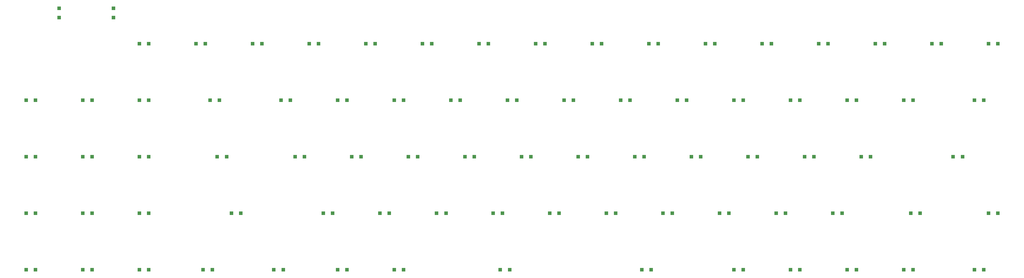
<source format=gbr>
%TF.GenerationSoftware,KiCad,Pcbnew,(5.1.6)-1*%
%TF.CreationDate,2020-06-24T11:27:28-04:00*%
%TF.ProjectId,southpaw6.35,736f7574-6870-4617-9736-2e33352e6b69,rev?*%
%TF.SameCoordinates,Original*%
%TF.FileFunction,Paste,Top*%
%TF.FilePolarity,Positive*%
%FSLAX46Y46*%
G04 Gerber Fmt 4.6, Leading zero omitted, Abs format (unit mm)*
G04 Created by KiCad (PCBNEW (5.1.6)-1) date 2020-06-24 11:27:28*
%MOMM*%
%LPD*%
G01*
G04 APERTURE LIST*
%ADD10R,1.200000X1.200000*%
G04 APERTURE END LIST*
D10*
%TO.C,DRFn1*%
X363550000Y-163512000D03*
X366700000Y-163512000D03*
%TD*%
%TO.C,DLFn1*%
X163525000Y-182562000D03*
X166675000Y-182562000D03*
%TD*%
%TO.C,DZ1*%
X139713000Y-163512000D03*
X142863000Y-163512000D03*
%TD*%
%TO.C,DY1*%
X220675000Y-125412000D03*
X223825000Y-125412000D03*
%TD*%
%TO.C,DX1*%
X158763000Y-163512000D03*
X161913000Y-163512000D03*
%TD*%
%TO.C,DW1*%
X144475000Y-125412000D03*
X147625000Y-125412000D03*
%TD*%
%TO.C,DV1*%
X196863000Y-163512000D03*
X200013000Y-163512000D03*
%TD*%
%TO.C,DUp1*%
X315925000Y-182562000D03*
X319075000Y-182562000D03*
%TD*%
%TO.C,DU1*%
X239725000Y-125412000D03*
X242875000Y-125412000D03*
%TD*%
%TO.C,Dtil1*%
X363550000Y-106362000D03*
X366700000Y-106362000D03*
%TD*%
%TO.C,DTab1*%
X101613000Y-125412000D03*
X104763000Y-125412000D03*
%TD*%
%TO.C,DT1*%
X201625000Y-125412000D03*
X204775000Y-125412000D03*
%TD*%
%TO.C,DSu1*%
X144475000Y-182562000D03*
X147625000Y-182562000D03*
%TD*%
%TO.C,DS1*%
X149237000Y-144462000D03*
X152387000Y-144462000D03*
%TD*%
%TO.C,DRSu1*%
X358787000Y-182562000D03*
X361937000Y-182562000D03*
%TD*%
%TO.C,DRSpace1*%
X246869000Y-182562000D03*
X250019000Y-182562000D03*
%TD*%
%TO.C,DRShift1*%
X337356000Y-163512000D03*
X340506000Y-163512000D03*
%TD*%
%TO.C,DRight1*%
X334975000Y-182562000D03*
X338125000Y-182562000D03*
%TD*%
%TO.C,DREnter1*%
X351644000Y-144462000D03*
X354794000Y-144462000D03*
%TD*%
%TO.C,DR1*%
X182575000Y-125412000D03*
X185725000Y-125412000D03*
%TD*%
%TO.C,DQ1*%
X125425000Y-125412000D03*
X128575000Y-125412000D03*
%TD*%
%TO.C,DP1*%
X296875000Y-125412000D03*
X300025000Y-125412000D03*
%TD*%
%TO.C,DO1*%
X277825000Y-125412000D03*
X280975000Y-125412000D03*
%TD*%
%TO.C,DNumEnter1*%
X77800000Y-182562000D03*
X80950000Y-182562000D03*
%TD*%
%TO.C,DNum/1*%
X50800000Y-97618800D03*
X50800000Y-94468800D03*
%TD*%
%TO.C,DNum-1*%
X77800000Y-106362000D03*
X80950000Y-106362000D03*
%TD*%
%TO.C,DNum\u002A1*%
X69056200Y-97618800D03*
X69056200Y-94468800D03*
%TD*%
%TO.C,DNum9*%
X77800000Y-125412000D03*
X80950000Y-125412000D03*
%TD*%
%TO.C,DNum8*%
X58750000Y-125412000D03*
X61900000Y-125412000D03*
%TD*%
%TO.C,DNum7*%
X39700000Y-125412000D03*
X42850000Y-125412000D03*
%TD*%
%TO.C,DNum6*%
X77800000Y-144462000D03*
X80950000Y-144462000D03*
%TD*%
%TO.C,DNum5*%
X58750000Y-144462000D03*
X61900000Y-144462000D03*
%TD*%
%TO.C,DNum4*%
X39700000Y-144462000D03*
X42850000Y-144462000D03*
%TD*%
%TO.C,DNum3*%
X77800000Y-163512000D03*
X80950000Y-163512000D03*
%TD*%
%TO.C,DNum2*%
X58750000Y-163512000D03*
X61900000Y-163512000D03*
%TD*%
%TO.C,DNum1*%
X39700000Y-163512000D03*
X42850000Y-163512000D03*
%TD*%
%TO.C,DNum0*%
X39700000Y-182562000D03*
X42850000Y-182562000D03*
%TD*%
%TO.C,DNum.1*%
X58750000Y-182562000D03*
X61900000Y-182562000D03*
%TD*%
%TO.C,DN1*%
X234963000Y-163512000D03*
X238113000Y-163512000D03*
%TD*%
%TO.C,DM1*%
X254013000Y-163512000D03*
X257163000Y-163512000D03*
%TD*%
%TO.C,DLSpace1*%
X199244000Y-182562000D03*
X202394000Y-182562000D03*
%TD*%
%TO.C,DLShift1*%
X108756000Y-163512000D03*
X111906000Y-163512000D03*
%TD*%
%TO.C,DLOpt1*%
X99231000Y-182562000D03*
X102381000Y-182562000D03*
%TD*%
%TO.C,DLeft1*%
X277825000Y-182562000D03*
X280975000Y-182562000D03*
%TD*%
%TO.C,DLAlt1*%
X123044000Y-182562000D03*
X126194000Y-182562000D03*
%TD*%
%TO.C,DL1*%
X282587000Y-144462000D03*
X285737000Y-144462000D03*
%TD*%
%TO.C,DK1*%
X263537000Y-144462000D03*
X266687000Y-144462000D03*
%TD*%
%TO.C,DJ1*%
X244487000Y-144462000D03*
X247637000Y-144462000D03*
%TD*%
%TO.C,DI1*%
X258775000Y-125412000D03*
X261925000Y-125412000D03*
%TD*%
%TO.C,DH1*%
X225437000Y-144462000D03*
X228587000Y-144462000D03*
%TD*%
%TO.C,DG1*%
X206387000Y-144462000D03*
X209537000Y-144462000D03*
%TD*%
%TO.C,DF1*%
X187337000Y-144462000D03*
X190487000Y-144462000D03*
%TD*%
%TO.C,DEsc1*%
X96850000Y-106362000D03*
X100000000Y-106362000D03*
%TD*%
%TO.C,DE1*%
X163525000Y-125412000D03*
X166675000Y-125412000D03*
%TD*%
%TO.C,DDown1*%
X296875000Y-182562000D03*
X300025000Y-182562000D03*
%TD*%
%TO.C,DD1*%
X168287000Y-144462000D03*
X171437000Y-144462000D03*
%TD*%
%TO.C,DControl1*%
X103994000Y-144462000D03*
X107144000Y-144462000D03*
%TD*%
%TO.C,DC1*%
X177825000Y-163512000D03*
X180975000Y-163512000D03*
%TD*%
%TO.C,DBkspce1*%
X358787000Y-125412000D03*
X361937000Y-125412000D03*
%TD*%
%TO.C,DB1*%
X215913000Y-163512000D03*
X219063000Y-163512000D03*
%TD*%
%TO.C,DA1*%
X130187000Y-144462000D03*
X133337000Y-144462000D03*
%TD*%
%TO.C,D]1*%
X334975000Y-125412000D03*
X338125000Y-125412000D03*
%TD*%
%TO.C,D\u005C1*%
X344500000Y-106362000D03*
X347650000Y-106362000D03*
%TD*%
%TO.C,D[1*%
X315925000Y-125412000D03*
X319075000Y-125412000D03*
%TD*%
%TO.C,D=1*%
X325463000Y-106362000D03*
X328613000Y-106362000D03*
%TD*%
%TO.C,D;1*%
X301637000Y-144462000D03*
X304787000Y-144462000D03*
%TD*%
%TO.C,D/1*%
X311163000Y-163512000D03*
X314313000Y-163512000D03*
%TD*%
%TO.C,D-1*%
X306400000Y-106362000D03*
X309550000Y-106362000D03*
%TD*%
%TO.C,D'1*%
X320687000Y-144462000D03*
X323837000Y-144462000D03*
%TD*%
%TO.C,D9*%
X268300000Y-106362000D03*
X271450000Y-106362000D03*
%TD*%
%TO.C,D8*%
X249250000Y-106362000D03*
X252400000Y-106362000D03*
%TD*%
%TO.C,D7*%
X230200000Y-106362000D03*
X233350000Y-106362000D03*
%TD*%
%TO.C,D6*%
X211150000Y-106362000D03*
X214300000Y-106362000D03*
%TD*%
%TO.C,D5*%
X192100000Y-106362000D03*
X195250000Y-106362000D03*
%TD*%
%TO.C,D4*%
X173050000Y-106362000D03*
X176200000Y-106362000D03*
%TD*%
%TO.C,D3*%
X154000000Y-106362000D03*
X157150000Y-106362000D03*
%TD*%
%TO.C,D2*%
X134950000Y-106362000D03*
X138100000Y-106362000D03*
%TD*%
%TO.C,D1*%
X115900000Y-106362000D03*
X119050000Y-106362000D03*
%TD*%
%TO.C,D\u002C1*%
X273063000Y-163512000D03*
X276213000Y-163512000D03*
%TD*%
%TO.C,D0*%
X287350000Y-106362000D03*
X290500000Y-106362000D03*
%TD*%
%TO.C,D.1*%
X292113000Y-163512000D03*
X295263000Y-163512000D03*
%TD*%
M02*

</source>
